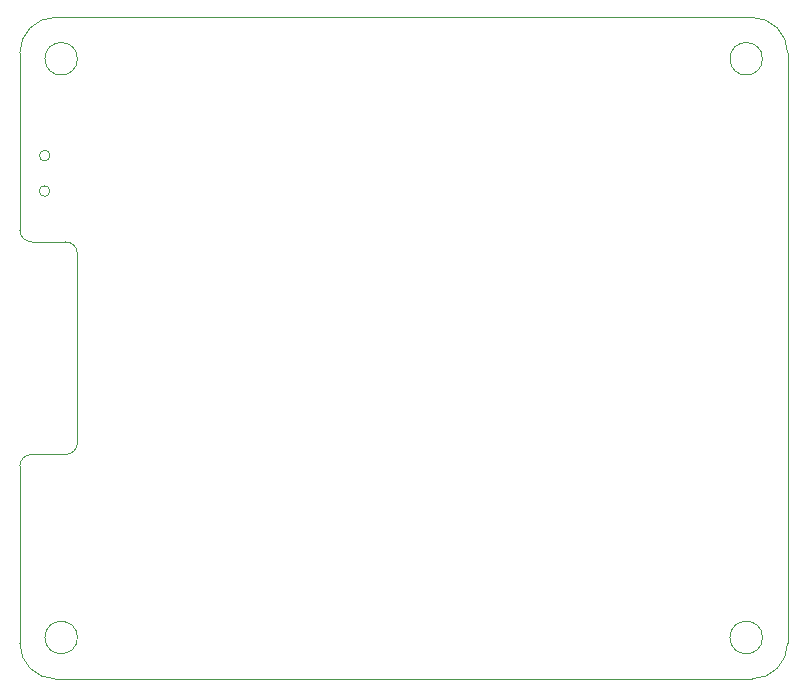
<source format=gm1>
G04 #@! TF.GenerationSoftware,KiCad,Pcbnew,(6.0.2)*
G04 #@! TF.CreationDate,2022-03-22T22:10:50-04:00*
G04 #@! TF.ProjectId,PCB,5043422e-6b69-4636-9164-5f7063625858,rev?*
G04 #@! TF.SameCoordinates,Original*
G04 #@! TF.FileFunction,Profile,NP*
%FSLAX46Y46*%
G04 Gerber Fmt 4.6, Leading zero omitted, Abs format (unit mm)*
G04 Created by KiCad (PCBNEW (6.0.2)) date 2022-03-22 22:10:50*
%MOMM*%
%LPD*%
G01*
G04 APERTURE LIST*
G04 #@! TA.AperFunction,Profile*
%ADD10C,0.100000*%
G04 #@! TD*
G04 #@! TA.AperFunction,Profile*
%ADD11C,0.120000*%
G04 #@! TD*
G04 APERTURE END LIST*
D10*
X155000000Y-83000000D02*
X155000000Y-133000000D01*
X91000000Y-99000000D02*
X93875000Y-99000000D01*
X152000000Y-136000000D02*
X93000000Y-136000000D01*
X93875000Y-117000000D02*
G75*
G03*
X94875000Y-116000000I1J999999D01*
G01*
X94875000Y-100000000D02*
X94875000Y-108000000D01*
X94875000Y-108000000D02*
X94875000Y-116000000D01*
X94875000Y-83500000D02*
G75*
G03*
X94875000Y-83500000I-1375000J0D01*
G01*
X94875000Y-100000000D02*
G75*
G03*
X93875000Y-99000000I-999999J1D01*
G01*
X93000000Y-80000000D02*
X152000000Y-80000000D01*
X152875000Y-132500000D02*
G75*
G03*
X152875000Y-132500000I-1375000J0D01*
G01*
X90000000Y-98000000D02*
G75*
G03*
X91000000Y-99000000I999999J-1D01*
G01*
X152000000Y-136000000D02*
G75*
G03*
X155000000Y-133000000I-1J3000001D01*
G01*
X91000000Y-117000000D02*
G75*
G03*
X90000000Y-118000000I-1J-999999D01*
G01*
X94875000Y-132500000D02*
G75*
G03*
X94875000Y-132500000I-1375000J0D01*
G01*
X91000000Y-117000000D02*
X93875000Y-117000000D01*
X93000000Y-80000000D02*
G75*
G03*
X90000000Y-83000000I1J-3000001D01*
G01*
X152875000Y-83500000D02*
G75*
G03*
X152875000Y-83500000I-1375000J0D01*
G01*
X155000000Y-83000000D02*
G75*
G03*
X152000000Y-80000000I-3000001J-1D01*
G01*
X90000000Y-118000000D02*
X90000000Y-133000000D01*
X90000000Y-133000000D02*
G75*
G03*
X93000000Y-136000000I3000001J1D01*
G01*
X90000000Y-83000000D02*
X90000000Y-98000000D01*
D11*
X92550000Y-91700000D02*
G75*
G03*
X92550000Y-91700000I-450000J0D01*
G01*
X92550000Y-94700000D02*
G75*
G03*
X92550000Y-94700000I-450000J0D01*
G01*
M02*

</source>
